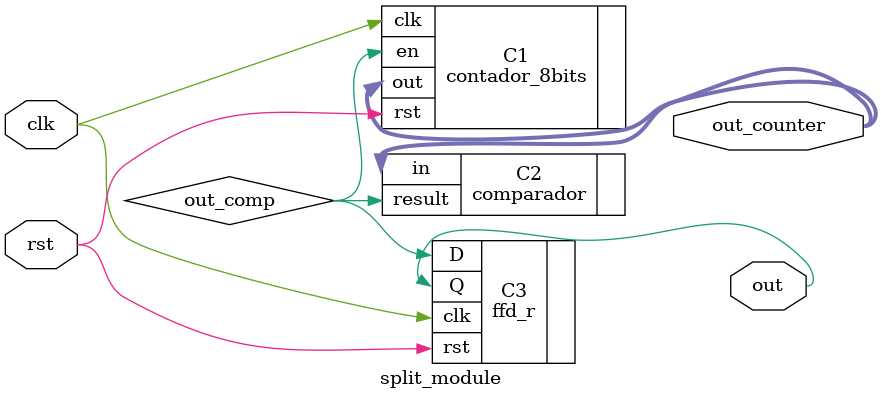
<source format=v>
/*
Program: CI Digital T2/2025
Class: Introdução à Verilog  
Class-ID: SD112
Advisor: Felipe Rocha 
Advisor-Contact: felipef.rocha@inatel.br
Institute: INATEL - Santa Rita do Sapucaí / MG  
Development: André Bezerra 
Student-Contact: andrefrbezerra@gmail.com
Task-ID: A-012
Type: Laboratory
Data: novembro, 3 2025
*/

`timescale 1 ns / 1 ps;

// Atividade 12 - 4

module split_module #(parameter CONST = 10, WIDTH = 8)(
	input clk,rst,
	output out,
	output [WIDTH-1:0] out_counter
);
	wire out_comp;
	// wire [WIDTH-1:0] out_counter;

	contador_8bits #(.WIDTH (8))	C1 (
		.clk(clk), .rst(rst), 
		.en(out_comp), .out(out_counter)
	);
	comparador #(.CONST(CONST), .WIDTH(8))	C2 (
		.in(out_counter),
		.result(out_comp)
	);
	ffd_r	C3  (
		.clk(clk), .rst(rst),
		.D(out_comp), .Q(out)
	);

endmodule

</source>
